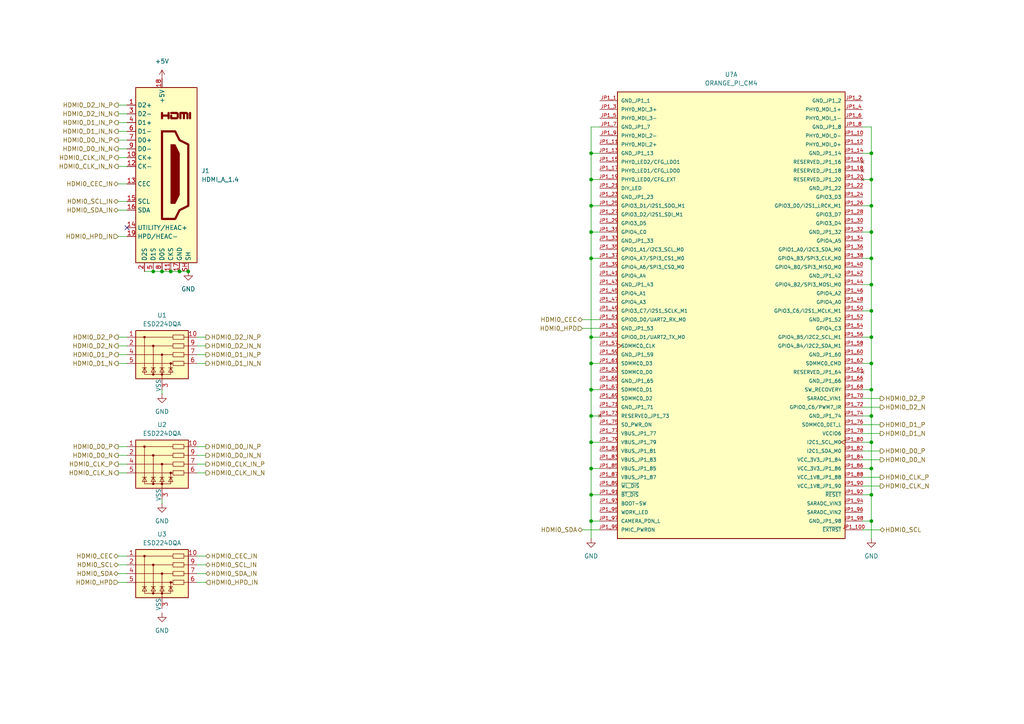
<source format=kicad_sch>
(kicad_sch (version 20250114) (generator "eeschema") (generator_version "9.0")
  (paper "A4")
  (lib_symbols
    (symbol "Connector:HDMI_A_1.4"
      (property "Reference" "J" (at -6.35 26.67 0))
      (property "Value" "HDMI_A_1.4" (at 10.16 26.67 0))
      (symbol "HDMI_A_1.4_0_0"
        (polyline (pts (xy 0 16.51) (xy 0 18.034) (xy 0 17.272) (xy 1.905 17.272) (xy 1.905 18.034) (xy 1.905 16.51)) (stroke (width 0.635)))
        (polyline (pts (xy 2.667 18.034) (xy 4.318 18.034) (xy 4.572 17.78) (xy 4.572 16.764) (xy 4.318 16.51) (xy 2.667 16.51) (xy 2.667 17.272)) (stroke (width 0.635)))
        (polyline (pts (xy 8.128 16.51) (xy 8.128 18.034)) (stroke (width 0.635)))
      )
      (symbol "HDMI_A_1.4_0_1"
        (rectangle (start -7.62 25.4) (end 10.16 -25.4) (stroke (width 0.254)) (fill (type background)))
        (polyline (pts (xy 0 12.7) (xy 0 -12.7) (xy 3.81 -12.7) (xy 5.08 -10.16) (xy 7.62 -8.89) (xy 7.62 8.89) (xy 5.08 10.16) (xy 3.81 12.7) (xy 0 12.7)) (stroke (width 0.635)))
        (polyline (pts (xy 2.54 8.89) (xy 3.81 8.89) (xy 5.08 6.35) (xy 5.08 -5.715) (xy 3.81 -8.255) (xy 2.54 -8.255) (xy 2.54 8.89)) (fill (type outline)))
        (polyline (pts (xy 5.334 16.51) (xy 5.334 18.034) (xy 6.35 18.034) (xy 6.35 16.51) (xy 6.35 18.034) (xy 7.112 18.034) (xy 7.366 17.78) (xy 7.366 16.51)) (stroke (width 0.635)))
      )
      (symbol "HDMI_A_1.4_1_1"
        (pin passive line (at -10.16 20.32 0) (length 2.54) (name "D2+") (number "1"))
        (pin passive line (at -10.16 17.78 0) (length 2.54) (name "D2-") (number "3"))
        (pin passive line (at -10.16 15.24 0) (length 2.54) (name "D1+") (number "4"))
        (pin passive line (at -10.16 12.7 0) (length 2.54) (name "D1-") (number "6"))
        (pin passive line (at -10.16 10.16 0) (length 2.54) (name "D0+") (number "7"))
        (pin passive line (at -10.16 7.62 0) (length 2.54) (name "D0-") (number "9"))
        (pin passive line (at -10.16 5.08 0) (length 2.54) (name "CK+") (number "10"))
        (pin passive line (at -10.16 2.54 0) (length 2.54) (name "CK-") (number "12"))
        (pin bidirectional line (at -10.16 -2.54 0) (length 2.54) (name "CEC") (number "13"))
        (pin passive line (at -10.16 -7.62 0) (length 2.54) (name "SCL") (number "15"))
        (pin bidirectional line (at -10.16 -10.16 0) (length 2.54) (name "SDA") (number "16"))
        (pin passive line (at -10.16 -15.24 0) (length 2.54) (name "UTILITY/HEAC+") (number "14"))
        (pin passive line (at -10.16 -17.78 0) (length 2.54) (name "HPD/HEAC-") (number "19"))
        (pin power_in line (at -5.08 -27.94 90) (length 2.54) (name "D2S") (number "2"))
        (pin power_in line (at -2.54 -27.94 90) (length 2.54) (name "D1S") (number "5"))
        (pin power_in line (at 0 27.94 270) (length 2.54) (name "+5V") (number "18"))
        (pin power_in line (at 0 -27.94 90) (length 2.54) (name "D0S") (number "8"))
        (pin power_in line (at 2.54 -27.94 90) (length 2.54) (name "CKS") (number "11"))
        (pin power_in line (at 5.08 -27.94 90) (length 2.54) (name "GND") (number "17"))
        (pin passive line (at 7.62 -27.94 90) (length 2.54) (name "SH") (number "SH"))
      )
    )
    (symbol "OCM4:ORANGE_PI_CM4" (pin_names (offset 1.016))
      (property "Reference" "U" (at -33.02 67.31 0))
      (property "Value" "ORANGE_PI_CM4" (at -33.02 -66.04 0))
      (symbol "ORANGE_PI_CM4_1_0"
        (rectangle (start -33.02 -63.5) (end 33.02 66.04) (stroke (width 0.254)) (fill (type background)))
        (pin power_in line (at -38.1 63.5 0) (length 5.08) (name "GND_JP1_1") (number "JP1_1"))
        (pin output line (at -38.1 60.96 0) (length 5.08) (name "PHY0_MDI_3+") (number "JP1_3"))
        (pin output line (at -38.1 58.42 0) (length 5.08) (name "PHY0_MDI_3-") (number "JP1_5"))
        (pin power_in line (at -38.1 55.88 0) (length 5.08) (name "GND_JP1_7") (number "JP1_7"))
        (pin output line (at -38.1 53.34 0) (length 5.08) (name "PHY0_MDI_2-") (number "JP1_9"))
        (pin output line (at -38.1 50.8 0) (length 5.08) (name "PHY0_MDI_2+") (number "JP1_11"))
        (pin power_in line (at -38.1 48.26 0) (length 5.08) (name "GND_JP1_13") (number "JP1_13"))
        (pin output line (at -38.1 45.72 0) (length 5.08) (name "PHY0_LED2/CFG_LDO1") (number "JP1_15"))
        (pin output line (at -38.1 43.18 0) (length 5.08) (name "PHY0_LED1/CFG_LDO0") (number "JP1_17"))
        (pin output line (at -38.1 40.64 0) (length 5.08) (name "PHY0_LED0/CFG_EXT") (number "JP1_19"))
        (pin output line (at -38.1 38.1 0) (length 5.08) (name "DIY_LED") (number "JP1_21"))
        (pin power_in line (at -38.1 35.56 0) (length 5.08) (name "GND_JP1_23") (number "JP1_23"))
        (pin bidirectional line (at -38.1 33.02 0) (length 5.08) (name "GPIO3_D1/I2S1_SDO_M1") (number "JP1_25"))
        (pin bidirectional line (at -38.1 30.48 0) (length 5.08) (name "GPIO3_D2/I2S1_SDI_M1") (number "JP1_27"))
        (pin bidirectional line (at -38.1 27.94 0) (length 5.08) (name "GPIO3_D5") (number "JP1_29"))
        (pin bidirectional line (at -38.1 25.4 0) (length 5.08) (name "GPIO4_C0") (number "JP1_31"))
        (pin power_in line (at -38.1 22.86 0) (length 5.08) (name "GND_JP1_33") (number "JP1_33"))
        (pin bidirectional line (at -38.1 20.32 0) (length 5.08) (name "GPIO1_A1/I2C3_SCL_M0") (number "JP1_35"))
        (pin bidirectional line (at -38.1 17.78 0) (length 5.08) (name "GPIO4_A7/SPI3_CS1_M0") (number "JP1_37"))
        (pin bidirectional line (at -38.1 15.24 0) (length 5.08) (name "GPIO4_A6/SPI3_CS0_M0") (number "JP1_39"))
        (pin bidirectional line (at -38.1 12.7 0) (length 5.08) (name "GPIO4_A4") (number "JP1_41"))
        (pin power_in line (at -38.1 10.16 0) (length 5.08) (name "GND_JP1_43") (number "JP1_43"))
        (pin bidirectional line (at -38.1 7.62 0) (length 5.08) (name "GPIO4_A1") (number "JP1_45"))
        (pin bidirectional line (at -38.1 5.08 0) (length 5.08) (name "GPIO4_A3") (number "JP1_47"))
        (pin bidirectional line (at -38.1 2.54 0) (length 5.08) (name "GPIO3_C7/I2S1_SCLK_M1") (number "JP1_49"))
        (pin bidirectional line (at -38.1 0 0) (length 5.08) (name "GPIO0_D0/UART2_RX_M0") (number "JP1_51"))
        (pin power_in line (at -38.1 -2.54 0) (length 5.08) (name "GND_JP1_53") (number "JP1_53"))
        (pin bidirectional line (at -38.1 -5.08 0) (length 5.08) (name "GPIO0_D1/UART2_TX_M0") (number "JP1_55"))
        (pin output clock (at -38.1 -7.62 0) (length 5.08) (name "SDMMC0_CLK") (number "JP1_57"))
        (pin power_in line (at -38.1 -10.16 0) (length 5.08) (name "GND_JP1_59") (number "JP1_59"))
        (pin bidirectional line (at -38.1 -12.7 0) (length 5.08) (name "SDMMC0_D3") (number "JP1_61"))
        (pin bidirectional line (at -38.1 -15.24 0) (length 5.08) (name "SDMMC0_D0") (number "JP1_63"))
        (pin power_in line (at -38.1 -17.78 0) (length 5.08) (name "GND_JP1_65") (number "JP1_65"))
        (pin bidirectional line (at -38.1 -20.32 0) (length 5.08) (name "SDMMC0_D1") (number "JP1_67"))
        (pin bidirectional line (at -38.1 -22.86 0) (length 5.08) (name "SDMMC0_D2") (number "JP1_69"))
        (pin power_in line (at -38.1 -25.4 0) (length 5.08) (name "GND_JP1_71") (number "JP1_71"))
        (pin no_connect line (at -38.1 -27.94 0) (length 5.08) (name "RESERVED_JP1_73") (number "JP1_73"))
        (pin output line (at -38.1 -30.48 0) (length 5.08) (name "SD_PWR_ON") (number "JP1_75"))
        (pin power_in line (at -38.1 -33.02 0) (length 5.08) (name "VBUS_JP1_77") (number "JP1_77"))
        (pin power_in line (at -38.1 -35.56 0) (length 5.08) (name "VBUS_JP1_79") (number "JP1_79"))
        (pin power_in line (at -38.1 -38.1 0) (length 5.08) (name "VBUS_JP1_81") (number "JP1_81"))
        (pin power_in line (at -38.1 -40.64 0) (length 5.08) (name "VBUS_JP1_83") (number "JP1_83"))
        (pin power_in line (at -38.1 -43.18 0) (length 5.08) (name "VBUS_JP1_85") (number "JP1_85"))
        (pin power_in line (at -38.1 -45.72 0) (length 5.08) (name "VBUS_JP1_87") (number "JP1_87"))
        (pin input line (at -38.1 -48.26 0) (length 5.08) (name "~{WL_DIS}") (number "JP1_89"))
        (pin input line (at -38.1 -50.8 0) (length 5.08) (name "~{BT_DIS}") (number "JP1_91"))
        (pin input line (at -38.1 -53.34 0) (length 5.08) (name "BOOT-SW") (number "JP1_93"))
        (pin bidirectional line (at -38.1 -55.88 0) (length 5.08) (name "WORK_LED") (number "JP1_95"))
        (pin bidirectional line (at -38.1 -58.42 0) (length 5.08) (name "CAMERA_PDN_L") (number "JP1_97"))
        (pin input line (at -38.1 -60.96 0) (length 5.08) (name "PMIC_PWRON") (number "JP1_99"))
        (pin power_in line (at 38.1 63.5 180) (length 5.08) (name "GND_JP1_2") (number "JP1_2"))
        (pin output line (at 38.1 60.96 180) (length 5.08) (name "PHY0_MDI_1+") (number "JP1_4"))
        (pin output line (at 38.1 58.42 180) (length 5.08) (name "PHY0_MDI_1-") (number "JP1_6"))
        (pin power_in line (at 38.1 55.88 180) (length 5.08) (name "GND_JP1_8") (number "JP1_8"))
        (pin output line (at 38.1 53.34 180) (length 5.08) (name "PHY0_MDI_0-") (number "JP1_10"))
        (pin output line (at 38.1 50.8 180) (length 5.08) (name "PHY0_MDI_0+") (number "JP1_12"))
        (pin power_in line (at 38.1 48.26 180) (length 5.08) (name "GND_JP1_14") (number "JP1_14"))
        (pin no_connect line (at 38.1 45.72 180) (length 5.08) (name "RESERVED_JP1_16") (number "JP1_16"))
        (pin no_connect line (at 38.1 43.18 180) (length 5.08) (name "RESERVED_JP1_18") (number "JP1_18"))
        (pin no_connect line (at 38.1 40.64 180) (length 5.08) (name "RESERVED_JP1_20") (number "JP1_20"))
        (pin power_in line (at 38.1 38.1 180) (length 5.08) (name "GND_JP1_22") (number "JP1_22"))
        (pin bidirectional line (at 38.1 35.56 180) (length 5.08) (name "GPIO3_D3") (number "JP1_24"))
        (pin bidirectional line (at 38.1 33.02 180) (length 5.08) (name "GPIO3_D0/I2S1_LRCK_M1") (number "JP1_26"))
        (pin bidirectional line (at 38.1 30.48 180) (length 5.08) (name "GPIO3_D7") (number "JP1_28"))
        (pin bidirectional line (at 38.1 27.94 180) (length 5.08) (name "GPIO3_D4") (number "JP1_30"))
        (pin power_in line (at 38.1 25.4 180) (length 5.08) (name "GND_JP1_32") (number "JP1_32"))
        (pin bidirectional line (at 38.1 22.86 180) (length 5.08) (name "GPIO4_A5") (number "JP1_34"))
        (pin bidirectional line (at 38.1 20.32 180) (length 5.08) (name "GPIO1_A0/I2C3_SDA_M0") (number "JP1_36"))
        (pin bidirectional line (at 38.1 17.78 180) (length 5.08) (name "GPIO4_B3/SPI3_CLK_M0") (number "JP1_38"))
        (pin bidirectional line (at 38.1 15.24 180) (length 5.08) (name "GPIO4_B0/SPI3_MISO_M0") (number "JP1_40"))
        (pin power_in line (at 38.1 12.7 180) (length 5.08) (name "GND_JP1_42") (number "JP1_42"))
        (pin bidirectional line (at 38.1 10.16 180) (length 5.08) (name "GPIO4_B2/SPI3_MOSI_M0") (number "JP1_44"))
        (pin bidirectional line (at 38.1 7.62 180) (length 5.08) (name "GPIO4_A2") (number "JP1_46"))
        (pin bidirectional line (at 38.1 5.08 180) (length 5.08) (name "GPIO4_A0") (number "JP1_48"))
        (pin bidirectional line (at 38.1 2.54 180) (length 5.08) (name "GPIO3_C6/I2S1_MCLK_M1") (number "JP1_50"))
        (pin power_in line (at 38.1 0 180) (length 5.08) (name "GND_JP1_52") (number "JP1_52"))
        (pin bidirectional line (at 38.1 -2.54 180) (length 5.08) (name "GPIO4_C3") (number "JP1_54"))
        (pin bidirectional line (at 38.1 -5.08 180) (length 5.08) (name "GPIO4_B5/I2C2_SCL_M1") (number "JP1_56"))
        (pin bidirectional line (at 38.1 -7.62 180) (length 5.08) (name "GPIO4_B4/I2C2_SDA_M1") (number "JP1_58"))
        (pin power_in line (at 38.1 -10.16 180) (length 5.08) (name "GND_JP1_60") (number "JP1_60"))
        (pin bidirectional line (at 38.1 -12.7 180) (length 5.08) (name "SDMMC0_CMD") (number "JP1_62"))
        (pin no_connect line (at 38.1 -15.24 180) (length 5.08) (name "RESERVED_JP1_64") (number "JP1_64"))
        (pin power_in line (at 38.1 -17.78 180) (length 5.08) (name "GND_JP1_66") (number "JP1_66"))
        (pin input line (at 38.1 -20.32 180) (length 5.08) (name "SW_RECOVERY") (number "JP1_68"))
        (pin input line (at 38.1 -22.86 180) (length 5.08) (name "SARADC_VIN1") (number "JP1_70"))
        (pin bidirectional line (at 38.1 -25.4 180) (length 5.08) (name "GPIO0_C6/PWM7_IR") (number "JP1_72"))
        (pin power_in line (at 38.1 -27.94 180) (length 5.08) (name "GND_JP1_74") (number "JP1_74"))
        (pin input line (at 38.1 -30.48 180) (length 5.08) (name "SDMMC0_DET_L") (number "JP1_76"))
        (pin power_in line (at 38.1 -33.02 180) (length 5.08) (name "VCCIO6") (number "JP1_78"))
        (pin output clock (at 38.1 -35.56 180) (length 5.08) (name "I2C1_SCL_M0") (number "JP1_80"))
        (pin bidirectional line (at 38.1 -38.1 180) (length 5.08) (name "I2C1_SDA_M0") (number "JP1_82"))
        (pin power_in line (at 38.1 -40.64 180) (length 5.08) (name "VCC_3V3_JP1_84") (number "JP1_84"))
        (pin power_in line (at 38.1 -43.18 180) (length 5.08) (name "VCC_3V3_JP1_86") (number "JP1_86"))
        (pin power_in line (at 38.1 -45.72 180) (length 5.08) (name "VCC_1V8_JP1_88") (number "JP1_88"))
        (pin power_in line (at 38.1 -48.26 180) (length 5.08) (name "VCC_1V8_JP1_90") (number "JP1_90"))
        (pin input line (at 38.1 -50.8 180) (length 5.08) (name "~{RESET}") (number "JP1_92"))
        (pin input line (at 38.1 -53.34 180) (length 5.08) (name "SARADC_VIN3") (number "JP1_94"))
        (pin input line (at 38.1 -55.88 180) (length 5.08) (name "SARADC_VIN2") (number "JP1_96"))
        (pin power_in line (at 38.1 -58.42 180) (length 5.08) (name "GND_JP1_98") (number "JP1_98"))
        (pin input line (at 38.1 -60.96 180) (length 5.08) (name "~{EXTRST}") (number "JP1_100"))
      )
      (symbol "ORANGE_PI_CM4_2_0"
        (rectangle (start -33.02 -63.5) (end 33.02 66.04) (stroke (width 0.254)) (fill (type background)))
        (pin input line (at -38.1 63.5 0) (length 5.08) (name "USB_OTG0_ID") (number "JP2_1"))
        (pin bidirectional line (at -38.1 60.96 0) (length 5.08) (name "USB_OTG0_DM") (number "JP2_3"))
        (pin bidirectional line (at -38.1 58.42 0) (length 5.08) (name "USB_OTG0_DP") (number "JP2_5"))
        (pin power_in line (at -38.1 55.88 0) (length 5.08) (name "GND_JP2_7") (number "JP2_7"))
        (pin output line (at -38.1 53.34 0) (length 5.08) (name "~{PCIE20_PERST_3V3_L}") (number "JP2_9"))
        (pin no_connect line (at -38.1 50.8 0) (length 5.08) (name "RESERVED_JP2_11") (number "JP2_11"))
        (pin power_in line (at -38.1 48.26 0) (length 5.08) (name "GND_JP2_13") (number "JP2_13"))
        (pin input line (at -38.1 45.72 0) (length 5.08) (name "MIPI_CSI_RX0_D0N") (number "JP2_15"))
        (pin input line (at -38.1 43.18 0) (length 5.08) (name "MIPI_CSI_RX0_D0P") (number "JP2_17"))
        (pin power_in line (at -38.1 40.64 0) (length 5.08) (name "GND_JP2_19") (number "JP2_19"))
        (pin input line (at -38.1 38.1 0) (length 5.08) (name "MIPI_CSI_RX0_D1N") (number "JP2_21"))
        (pin input line (at -38.1 35.56 0) (length 5.08) (name "MIPI_CSI_RX0_D1P") (number "JP2_23"))
        (pin power_in line (at -38.1 33.02 0) (length 5.08) (name "GND_JP2_25") (number "JP2_25"))
        (pin input clock (at -38.1 30.48 0) (length 5.08) (name "MIPI_CSI_RX_CLK0N") (number "JP2_27"))
        (pin input clock (at -38.1 27.94 0) (length 5.08) (name "MIPI_CSI_RX_CLK0P") (number "JP2_29"))
        (pin power_in line (at -38.1 25.4 0) (length 5.08) (name "GND_JP2_31") (number "JP2_31"))
        (pin input line (at -38.1 22.86 0) (length 5.08) (name "MIPI_CSI_RX0_D2N") (number "JP2_33"))
        (pin input line (at -38.1 20.32 0) (length 5.08) (name "MIPI_CSI_RX0_D2P") (number "JP2_35"))
        (pin power_in line (at -38.1 17.78 0) (length 5.08) (name "GND_JP2_37") (number "JP2_37"))
        (pin input line (at -38.1 15.24 0) (length 5.08) (name "MIPI_CSI_RX0_D3N") (number "JP2_39"))
        (pin input line (at -38.1 12.7 0) (length 5.08) (name "MIPI_CSI_RX0_D3P") (number "JP2_41"))
        (pin output line (at -38.1 10.16 0) (length 5.08) (name "EDP_TX_D3P") (number "JP2_43"))
        (pin bidirectional line (at -38.1 7.62 0) (length 5.08) (name "EDP_SDA/I2C4_SDA_M1") (number "JP2_45"))
        (pin input clock (at -38.1 5.08 0) (length 5.08) (name "EDP_SCL/I2C4_SCL_M1") (number "JP2_47"))
        (pin output line (at -38.1 2.54 0) (length 5.08) (name "EDP_TX_D3N") (number "JP2_49"))
        (pin output line (at -38.1 0 0) (length 5.08) (name "HDMI_CEC_PORT") (number "JP2_51"))
        (pin output line (at -38.1 -2.54 0) (length 5.08) (name "HDMI_TX_HPD_PORT") (number "JP2_53"))
        (pin power_in line (at -38.1 -5.08 0) (length 5.08) (name "GND_JP2_55") (number "JP2_55"))
        (pin output line (at -38.1 -7.62 0) (length 5.08) (name "MIPI_DSI_TX0_D0N") (number "JP2_57"))
        (pin output line (at -38.1 -10.16 0) (length 5.08) (name "MIPI_DSI_TX0_D0P") (number "JP2_59"))
        (pin power_in line (at -38.1 -12.7 0) (length 5.08) (name "GND_JP2_61") (number "JP2_61"))
        (pin output line (at -38.1 -15.24 0) (length 5.08) (name "MIPI_DSI_TX0_D1N") (number "JP2_63"))
        (pin output line (at -38.1 -17.78 0) (length 5.08) (name "MIPI_DSI_TX0_D1P") (number "JP2_65"))
        (pin power_in line (at -38.1 -20.32 0) (length 5.08) (name "GND_JP2_67") (number "JP2_67"))
        (pin output clock (at -38.1 -22.86 0) (length 5.08) (name "MIPI_DSI_TX0_CLKN") (number "JP2_69"))
        (pin output clock (at -38.1 -25.4 0) (length 5.08) (name "MIPI_DSI_TX0_CLKP") (number "JP2_71"))
        (pin power_in line (at -38.1 -27.94 0) (length 5.08) (name "GND_JP2_73") (number "JP2_73"))
        (pin output line (at -38.1 -30.48 0) (length 5.08) (name "MIPI_DSI_TX1_D0N") (number "JP2_75"))
        (pin output line (at -38.1 -33.02 0) (length 5.08) (name "MIPI_DSI_TX1_D0P") (number "JP2_77"))
        (pin power_in line (at -38.1 -35.56 0) (length 5.08) (name "GND_JP2_79") (number "JP2_79"))
        (pin output line (at -38.1 -38.1 0) (length 5.08) (name "MIPI_DSI_TX1_D1N") (number "JP2_81"))
        (pin output line (at -38.1 -40.64 0) (length 5.08) (name "MIPI_DSI_TX1_D1P") (number "JP2_83"))
        (pin power_in line (at -38.1 -43.18 0) (length 5.08) (name "GND_JP2_85") (number "JP2_85"))
        (pin output clock (at -38.1 -45.72 0) (length 5.08) (name "MIPI_DSI_TX1_CLKN") (number "JP2_87"))
        (pin output clock (at -38.1 -48.26 0) (length 5.08) (name "MIPI_DSI_TX1_CLKP") (number "JP2_89"))
        (pin power_in line (at -38.1 -50.8 0) (length 5.08) (name "GND_JP2_91") (number "JP2_91"))
        (pin output line (at -38.1 -53.34 0) (length 5.08) (name "MIPI_DSI_TX1_D2N") (number "JP2_93"))
        (pin output line (at -38.1 -55.88 0) (length 5.08) (name "MIPI_DSI_TX1_D2P") (number "JP2_95"))
        (pin power_in line (at -38.1 -58.42 0) (length 5.08) (name "GND_JP2_97") (number "JP2_97"))
        (pin output line (at -38.1 -60.96 0) (length 5.08) (name "HDMI_TXDDC_SDA_PORT") (number "JP2_99"))
        (pin output line (at 38.1 63.5 180) (length 5.08) (name "~{PCIE20_CLKREQ_3V3_L}") (number "JP2_2"))
        (pin input line (at 38.1 60.96 180) (length 5.08) (name "~{PCIE20_WAKE_3V3_L}") (number "JP2_4"))
        (pin no_connect line (at 38.1 58.42 180) (length 5.08) (name "RESERVED_JP2_6") (number "JP2_6"))
        (pin power_in line (at 38.1 55.88 180) (length 5.08) (name "GND_JP2_8") (number "JP2_8"))
        (pin output clock (at 38.1 53.34 180) (length 5.08) (name "PCIE20_REFCLKP_P") (number "JP2_10"))
        (pin output clock (at 38.1 50.8 180) (length 5.08) (name "PCIE20_REFCLKP_N") (number "JP2_12"))
        (pin power_in line (at 38.1 48.26 180) (length 5.08) (name "GND_JP2_14") (number "JP2_14"))
        (pin output line (at 38.1 45.72 180) (length 5.08) (name "PCIE20_RXP") (number "JP2_16"))
        (pin output line (at 38.1 43.18 180) (length 5.08) (name "PCIE20_RXN") (number "JP2_18"))
        (pin power_in line (at 38.1 40.64 180) (length 5.08) (name "GND_JP2_20") (number "JP2_20"))
        (pin output line (at 38.1 38.1 180) (length 5.08) (name "PCIE20_TXP") (number "JP2_22"))
        (pin output line (at 38.1 35.56 180) (length 5.08) (name "PCIE20_TXN") (number "JP2_24"))
        (pin power_in line (at 38.1 33.02 180) (length 5.08) (name "GND_JP2_26") (number "JP2_26"))
        (pin input line (at 38.1 30.48 180) (length 5.08) (name "MIPI_CSI_RX1_D2N") (number "JP2_28"))
        (pin input line (at 38.1 27.94 180) (length 5.08) (name "MIPI_CSI_RX1_D2P") (number "JP2_30"))
        (pin power_in line (at 38.1 25.4 180) (length 5.08) (name "GND_JP2_32") (number "JP2_32"))
        (pin input line (at 38.1 22.86 180) (length 5.08) (name "MIPI_CSI_RX1_D3N") (number "JP2_34"))
        (pin input line (at 38.1 20.32 180) (length 5.08) (name "MIPI_CSI_RX1_D3P") (number "JP2_36"))
        (pin power_in line (at 38.1 17.78 180) (length 5.08) (name "GND_JP2_38") (number "JP2_38"))
        (pin input clock (at 38.1 15.24 180) (length 5.08) (name "MIPI_CSI_RX_CLK1N") (number "JP2_40"))
        (pin input clock (at 38.1 12.7 180) (length 5.08) (name "MIPI_CSI_RX_CLK1P") (number "JP2_42"))
        (pin power_in line (at 38.1 10.16 180) (length 5.08) (name "GND_JP2_44") (number "JP2_44"))
        (pin output line (at 38.1 7.62 180) (length 5.08) (name "EDP_TX_D2P") (number "JP2_46"))
        (pin output line (at 38.1 5.08 180) (length 5.08) (name "EDP_TX_D2N") (number "JP2_48"))
        (pin power_in line (at 38.1 2.54 180) (length 5.08) (name "GND_JP2_50") (number "JP2_50"))
        (pin output line (at 38.1 0 180) (length 5.08) (name "EDP_TX_D1P") (number "JP2_52"))
        (pin output line (at 38.1 -2.54 180) (length 5.08) (name "EDP_TX_D1N") (number "JP2_54"))
        (pin power_in line (at 38.1 -5.08 180) (length 5.08) (name "GND_JP2_56") (number "JP2_56"))
        (pin output line (at 38.1 -7.62 180) (length 5.08) (name "EDP_TX_D0P") (number "JP2_58"))
        (pin output line (at 38.1 -10.16 180) (length 5.08) (name "EDP_TX_D0N") (number "JP2_60"))
        (pin power_in line (at 38.1 -12.7 180) (length 5.08) (name "GND_JP2_62") (number "JP2_62"))
        (pin bidirectional line (at 38.1 -15.24 180) (length 5.08) (name "EDP_TX_AUXP") (number "JP2_64"))
        (pin bidirectional line (at 38.1 -17.78 180) (length 5.08) (name "EDP_TX_AUXN") (number "JP2_66"))
        (pin power_in line (at 38.1 -20.32 180) (length 5.08) (name "GND_JP2_68") (number "JP2_68"))
        (pin output line (at 38.1 -22.86 180) (length 5.08) (name "HDMI_TX2P_PORT") (number "JP2_70"))
        (pin output line (at 38.1 -25.4 180) (length 5.08) (name "HDMI_TX2N_PORT") (number "JP2_72"))
        (pin power_in line (at 38.1 -27.94 180) (length 5.08) (name "GND_JP2_74") (number "JP2_74"))
        (pin output line (at 38.1 -30.48 180) (length 5.08) (name "HDMI_TX1P_PORT") (number "JP2_76"))
        (pin output line (at 38.1 -33.02 180) (length 5.08) (name "HDMI_TX1N_PORT") (number "JP2_78"))
        (pin power_in line (at 38.1 -35.56 180) (length 5.08) (name "GND_JP2_80") (number "JP2_80"))
        (pin output line (at 38.1 -38.1 180) (length 5.08) (name "HDMI_TX0P_PORT") (number "JP2_82"))
        (pin output line (at 38.1 -40.64 180) (length 5.08) (name "HDMI_TX0N_PORT") (number "JP2_84"))
        (pin power_in line (at 38.1 -43.18 180) (length 5.08) (name "GND_JP2_86") (number "JP2_86"))
        (pin output clock (at 38.1 -45.72 180) (length 5.08) (name "HDMI_TXCLKP_PORT") (number "JP2_88"))
        (pin output clock (at 38.1 -48.26 180) (length 5.08) (name "HDMI_TXCLKN_PORT") (number "JP2_90"))
        (pin power_in line (at 38.1 -50.8 180) (length 5.08) (name "GND_JP2_92") (number "JP2_92"))
        (pin output line (at 38.1 -53.34 180) (length 5.08) (name "MIPI_DSI_TX1_D3N") (number "JP2_94"))
        (pin output line (at 38.1 -55.88 180) (length 5.08) (name "MIPI_DSI_TX1_D3P") (number "JP2_96"))
        (pin power_in line (at 38.1 -58.42 180) (length 5.08) (name "GND_JP2_98") (number "JP2_98"))
        (pin output clock (at 38.1 -60.96 180) (length 5.08) (name "HDMI_TXDDC_SCL_PORT") (number "JP2_100"))
      )
      (symbol "ORANGE_PI_CM4_3_0"
        (rectangle (start -25.4 -15.24) (end 25.4 17.78) (stroke (width 0.254)) (fill (type background)))
        (pin power_in line (at -30.48 15.24 0) (length 5.08) (name "GND_JP3_1") (number "JP3_1"))
        (pin bidirectional line (at -30.48 12.7 0) (length 5.08) (name "USB2_HOST3_DM") (number "JP3_3"))
        (pin bidirectional line (at -30.48 10.16 0) (length 5.08) (name "USB2_HOST3_DP") (number "JP3_5"))
        (pin power_in line (at -30.48 7.62 0) (length 5.08) (name "GND_JP3_7") (number "JP3_7"))
        (pin bidirectional line (at -30.48 5.08 0) (length 5.08) (name "USB2_HOST2_DM") (number "JP3_9"))
        (pin bidirectional line (at -30.48 2.54 0) (length 5.08) (name "USB2_HOST2_DP") (number "JP3_11"))
        (pin power_in line (at -30.48 0 0) (length 5.08) (name "GND_JP3_13") (number "JP3_13"))
        (pin input line (at -30.48 -2.54 0) (length 5.08) (name "HP_DET_L") (number "JP3_15"))
        (pin power_in line (at -30.48 -5.08 0) (length 5.08) (name "GND_JP3_17") (number "JP3_17"))
        (pin bidirectional line (at -30.48 -7.62 0) (length 5.08) (name "USB3_HOST1_DM") (number "JP3_19"))
        (pin bidirectional line (at -30.48 -10.16 0) (length 5.08) (name "USB3_HOST1_DP") (number "JP3_21"))
        (pin power_in line (at -30.48 -12.7 0) (length 5.08) (name "GND_JP3_23") (number "JP3_23"))
        (pin power_in line (at 30.48 15.24 180) (length 5.08) (name "GND_JP3_2") (number "JP3_2"))
        (pin output line (at 30.48 12.7 180) (length 5.08) (name "HPR_OUT") (number "JP3_4"))
        (pin output line (at 30.48 10.16 180) (length 5.08) (name "HPL_OUT") (number "JP3_6"))
        (pin output line (at 30.48 7.62 180) (length 5.08) (name "HP_SNS") (number "JP3_8"))
        (pin input line (at 30.48 5.08 180) (length 5.08) (name "MIC1_IN") (number "JP3_10"))
        (pin input line (at 30.48 2.54 180) (length 5.08) (name "MIC2_IN") (number "JP3_12"))
        (pin power_in line (at 30.48 0 180) (length 5.08) (name "GND_JP3_14") (number "JP3_14"))
        (pin output line (at 30.48 -2.54 180) (length 5.08) (name "USB3_HOST1_SSTXP") (number "JP3_18"))
        (pin output line (at 30.48 -5.08 180) (length 5.08) (name "USB3_HOST1_SSTXN") (number "JP3_16"))
        (pin power_in line (at 30.48 -7.62 180) (length 5.08) (name "GND_JP3_20") (number "JP3_20"))
        (pin input line (at 30.48 -10.16 180) (length 5.08) (name "USB3_HOST1_SSRXP") (number "JP3_22"))
        (pin input line (at 30.48 -12.7 180) (length 5.08) (name "USB3_HOST1_SSRXN") (number "JP3_24"))
      )
    )
    (symbol "Power_Protection:ESD224DQA" (pin_names (offset 0))
      (property "Reference" "U" (at -0.635 8.255 0))
      (property "Value" "ESD224DQA" (at 8.89 -8.255 0))
      (symbol "ESD224DQA_0_0"
        (polyline (pts (xy -2.54 -5.715) (xy -2.54 2.54)))
        (polyline (pts (xy 0 0) (xy 0 -6.985)))
      )
      (symbol "ESD224DQA_0_1"
        (rectangle (start -7.62 6.985) (end 7.62 -6.985) (stroke (width 0.254)) (fill (type background)))
        (polyline (pts (xy -7.62 5.08) (xy -7.62 5.08)))
        (polyline (pts (xy -7.62 2.54) (xy -5.08 2.54)))
        (polyline (pts (xy -7.62 0) (xy 1.27 0)))
        (polyline (pts (xy -7.62 -2.54) (xy 3.175 -2.54)))
        (circle (center -5.08 5.08) (radius 0.2794) (fill (type outline)))
        (polyline (pts (xy -5.08 5.08) (xy -5.08 -5.715) (xy 2.54 -5.715) (xy 2.54 -2.54)) (stroke (width 0.1524)))
        (polyline (pts (xy -4.445 -3.81) (xy -5.715 -3.81)))
        (polyline (pts (xy -4.445 -5.08) (xy -5.715 -5.08) (xy -5.08 -3.81) (xy -4.445 -5.08)))
        (circle (center -2.54 2.54) (radius 0.2794) (fill (type outline)))
        (circle (center -2.54 -5.715) (radius 0.2794) (fill (type outline)))
        (polyline (pts (xy -1.905 -3.81) (xy -3.175 -3.81)))
        (polyline (pts (xy -1.905 -5.08) (xy -3.175 -5.08) (xy -2.54 -3.81) (xy -1.905 -5.08)))
        (circle (center 0 0) (radius 0.2794) (fill (type outline)))
        (circle (center 0 -5.715) (radius 0.2794) (fill (type outline)))
        (polyline (pts (xy 0 -6.985) (xy 0 -7.62)))
        (polyline (pts (xy 0.635 -3.81) (xy -0.635 -3.81)))
        (polyline (pts (xy 0.635 -5.08) (xy -0.635 -5.08) (xy 0 -3.81) (xy 0.635 -5.08)))
        (circle (center 2.54 -2.54) (radius 0.2794) (fill (type outline)))
        (rectangle (start 3.175 5.715) (end 6.35 4.445) (stroke (width 0.1524)))
        (polyline (pts (xy 3.175 5.08) (xy -7.62 5.08)) (stroke (width 0.1524)))
        (rectangle (start 3.175 3.175) (end 6.35 1.905) (stroke (width 0.1524)))
        (polyline (pts (xy 3.175 2.54) (xy 0 2.54) (xy 0 2.54) (xy -3.81 2.54) (xy -3.81 2.54) (xy -5.08 2.54)) (stroke (width 0.1524)))
        (rectangle (start 3.175 0.635) (end 6.35 -0.635) (stroke (width 0.1524)))
        (polyline (pts (xy 3.175 0) (xy 1.27 0)) (stroke (width 0.1524)))
        (rectangle (start 3.175 -1.905) (end 6.35 -3.175) (stroke (width 0.1524)))
        (polyline (pts (xy 3.175 -3.81) (xy 1.905 -3.81)))
        (polyline (pts (xy 3.175 -5.08) (xy 1.905 -5.08) (xy 2.54 -3.81) (xy 3.175 -5.08)))
        (polyline (pts (xy 7.62 5.08) (xy 6.35 5.08)) (stroke (width 0.1524)))
        (polyline (pts (xy 7.62 2.54) (xy 6.35 2.54)) (stroke (width 0.1524)))
        (polyline (pts (xy 7.62 0) (xy 6.35 0)) (stroke (width 0.1524)))
        (polyline (pts (xy 7.62 -2.54) (xy 6.35 -2.54)) (stroke (width 0.1524)))
      )
      (symbol "ESD224DQA_1_1"
        (pin passive line (at -10.16 5.08 0) (length 2.54) (name "~") (number "1"))
        (pin passive line (at -10.16 2.54 0) (length 2.54) (name "~") (number "2"))
        (pin passive line (at -10.16 0 0) (length 2.54) (name "~") (number "4"))
        (pin passive line (at -10.16 -2.54 0) (length 2.54) (name "~") (number "5"))
        (pin power_in line (at 0 -10.16 90) (length 2.54) (name "VSS") (number "3"))
        (pin passive line (at 0 -10.16 90) (length 2.54) (hide yes) (name "VSS") (number "8"))
        (pin passive line (at 10.16 5.08 180) (length 2.54) (name "~") (number "10"))
        (pin passive line (at 10.16 2.54 180) (length 2.54) (name "~") (number "9"))
        (pin passive line (at 10.16 0 180) (length 2.54) (name "~") (number "7"))
        (pin passive line (at 10.16 -2.54 180) (length 2.54) (name "~") (number "6"))
      )
    )
    (symbol "power:+5V" (power) (pin_numbers (hide yes)) (pin_names (offset 0) (hide yes))
      (property "Value" "+5V" (at 0 3.556 0))
      (symbol "+5V_0_1"
        (polyline (pts (xy -0.762 1.27) (xy 0 2.54)))
        (polyline (pts (xy 0 2.54) (xy 0.762 1.27)))
        (polyline (pts (xy 0 0) (xy 0 2.54)))
      )
      (symbol "+5V_1_1"
        (pin power_in line (at 0 0 90) (length 0) (name "~") (number "1"))
      )
    )
    (symbol "power:GND" (power) (pin_numbers (hide yes)) (pin_names (offset 0) (hide yes))
      (property "Value" "GND" (at 0 -3.81 0))
      (symbol "GND_0_1"
        (polyline (pts (xy 0 0) (xy 0 -1.27) (xy 1.27 -1.27) (xy 0 -2.54) (xy -1.27 -1.27) (xy 0 -1.27)))
      )
      (symbol "GND_1_1"
        (pin power_in line (at 0 0 270) (length 0) (name "~") (number "1"))
      )
    )
  )
  (junction (at 252.73 151.13))
  (junction (at 252.73 128.27))
  (junction (at 252.73 59.69))
  (junction (at 171.45 97.79))
  (junction (at 44.45 78.74))
  (junction (at 252.73 67.31))
  (junction (at 171.45 151.13))
  (junction (at 252.73 97.79))
  (junction (at 171.45 135.89))
  (junction (at 252.73 135.89))
  (junction (at 171.45 52.07))
  (junction (at 171.45 59.69))
  (junction (at 52.07 78.74))
  (junction (at 252.73 90.17))
  (junction (at 49.53 78.74))
  (junction (at 252.73 113.03))
  (junction (at 252.73 105.41))
  (junction (at 171.45 120.65))
  (junction (at 252.73 82.55))
  (junction (at 171.45 105.41))
  (junction (at 171.45 74.93))
  (junction (at 171.45 128.27))
  (junction (at 171.45 143.51))
  (junction (at 252.73 74.93))
  (junction (at 171.45 67.31))
  (junction (at 252.73 44.45))
  (junction (at 54.61 78.74))
  (junction (at 252.73 52.07))
  (junction (at 46.99 78.74))
  (junction (at 171.45 113.03))
  (junction (at 252.73 143.51))
  (junction (at 171.45 44.45))
  (junction (at 252.73 120.65))
  (no_connect (at 36.83 66.04))
  (wire (pts (xy 34.29 60.96) (xy 36.83 60.96)))
  (wire (pts (xy 250.19 82.55) (xy 252.73 82.55)))
  (wire (pts (xy 34.29 161.29) (xy 36.83 161.29)))
  (wire (pts (xy 250.19 97.79) (xy 252.73 97.79)))
  (wire (pts (xy 252.73 74.93) (xy 252.73 82.55)))
  (wire (pts (xy 171.45 113.03) (xy 171.45 120.65)))
  (wire (pts (xy 57.15 102.87) (xy 59.69 102.87)))
  (wire (pts (xy 250.19 128.27) (xy 252.73 128.27)))
  (wire (pts (xy 250.19 74.93) (xy 252.73 74.93)))
  (wire (pts (xy 171.45 135.89) (xy 173.99 135.89)))
  (wire (pts (xy 171.45 151.13) (xy 171.45 156.21)))
  (wire (pts (xy 250.19 59.69) (xy 252.73 59.69)))
  (wire (pts (xy 34.29 102.87) (xy 36.83 102.87)))
  (wire (pts (xy 34.29 100.33) (xy 36.83 100.33)))
  (wire (pts (xy 250.19 44.45) (xy 252.73 44.45)))
  (wire (pts (xy 34.29 53.34) (xy 36.83 53.34)))
  (wire (pts (xy 34.29 48.26) (xy 36.83 48.26)))
  (wire (pts (xy 171.45 113.03) (xy 173.99 113.03)))
  (wire (pts (xy 57.15 97.79) (xy 59.69 97.79)))
  (wire (pts (xy 57.15 161.29) (xy 59.69 161.29)))
  (wire (pts (xy 250.19 153.67) (xy 255.27 153.67)))
  (wire (pts (xy 171.45 36.83) (xy 173.99 36.83)))
  (wire (pts (xy 34.29 45.72) (xy 36.83 45.72)))
  (wire (pts (xy 252.73 105.41) (xy 252.73 113.03)))
  (wire (pts (xy 252.73 143.51) (xy 252.73 151.13)))
  (wire (pts (xy 34.29 33.02) (xy 36.83 33.02)))
  (wire (pts (xy 252.73 113.03) (xy 252.73 120.65)))
  (wire (pts (xy 34.29 30.48) (xy 36.83 30.48)))
  (wire (pts (xy 34.29 129.54) (xy 36.83 129.54)))
  (wire (pts (xy 34.29 168.91) (xy 36.83 168.91)))
  (wire (pts (xy 57.15 100.33) (xy 59.69 100.33)))
  (wire (pts (xy 250.19 135.89) (xy 252.73 135.89)))
  (wire (pts (xy 252.73 90.17) (xy 252.73 97.79)))
  (wire (pts (xy 250.19 125.73) (xy 255.27 125.73)))
  (wire (pts (xy 57.15 168.91) (xy 59.69 168.91)))
  (wire (pts (xy 57.15 134.62) (xy 59.69 134.62)))
  (wire (pts (xy 250.19 90.17) (xy 252.73 90.17)))
  (wire (pts (xy 171.45 44.45) (xy 171.45 52.07)))
  (wire (pts (xy 34.29 166.37) (xy 36.83 166.37)))
  (wire (pts (xy 34.29 43.18) (xy 36.83 43.18)))
  (wire (pts (xy 250.19 123.19) (xy 255.27 123.19)))
  (wire (pts (xy 171.45 52.07) (xy 173.99 52.07)))
  (wire (pts (xy 250.19 105.41) (xy 252.73 105.41)))
  (wire (pts (xy 252.73 151.13) (xy 252.73 156.21)))
  (wire (pts (xy 171.45 59.69) (xy 173.99 59.69)))
  (wire (pts (xy 41.91 78.74) (xy 44.45 78.74)))
  (wire (pts (xy 34.29 40.64) (xy 36.83 40.64)))
  (wire (pts (xy 252.73 59.69) (xy 252.73 67.31)))
  (wire (pts (xy 250.19 130.81) (xy 255.27 130.81)))
  (wire (pts (xy 171.45 151.13) (xy 173.99 151.13)))
  (wire (pts (xy 171.45 36.83) (xy 171.45 44.45)))
  (wire (pts (xy 171.45 74.93) (xy 171.45 97.79)))
  (wire (pts (xy 252.73 82.55) (xy 252.73 90.17)))
  (wire (pts (xy 250.19 140.97) (xy 255.27 140.97)))
  (wire (pts (xy 171.45 105.41) (xy 173.99 105.41)))
  (wire (pts (xy 34.29 38.1) (xy 36.83 38.1)))
  (wire (pts (xy 252.73 120.65) (xy 252.73 128.27)))
  (wire (pts (xy 34.29 58.42) (xy 36.83 58.42)))
  (wire (pts (xy 252.73 36.83) (xy 252.73 44.45)))
  (wire (pts (xy 168.91 95.25) (xy 173.99 95.25)))
  (wire (pts (xy 168.91 92.71) (xy 173.99 92.71)))
  (wire (pts (xy 250.19 120.65) (xy 252.73 120.65)))
  (wire (pts (xy 171.45 135.89) (xy 171.45 143.51)))
  (wire (pts (xy 252.73 128.27) (xy 252.73 135.89)))
  (wire (pts (xy 250.19 151.13) (xy 252.73 151.13)))
  (wire (pts (xy 171.45 67.31) (xy 171.45 74.93)))
  (wire (pts (xy 252.73 97.79) (xy 252.73 105.41)))
  (wire (pts (xy 171.45 128.27) (xy 171.45 135.89)))
  (wire (pts (xy 250.19 118.11) (xy 255.27 118.11)))
  (wire (pts (xy 250.19 115.57) (xy 255.27 115.57)))
  (wire (pts (xy 168.91 153.67) (xy 173.99 153.67)))
  (wire (pts (xy 252.73 135.89) (xy 252.73 143.51)))
  (wire (pts (xy 34.29 105.41) (xy 36.83 105.41)))
  (wire (pts (xy 250.19 67.31) (xy 252.73 67.31)))
  (wire (pts (xy 171.45 120.65) (xy 173.99 120.65)))
  (wire (pts (xy 250.19 113.03) (xy 252.73 113.03)))
  (wire (pts (xy 171.45 52.07) (xy 171.45 59.69)))
  (wire (pts (xy 34.29 97.79) (xy 36.83 97.79)))
  (wire (pts (xy 250.19 138.43) (xy 255.27 138.43)))
  (wire (pts (xy 34.29 35.56) (xy 36.83 35.56)))
  (wire (pts (xy 46.99 78.74) (xy 49.53 78.74)))
  (wire (pts (xy 46.99 113.03) (xy 46.99 114.3)))
  (wire (pts (xy 171.45 44.45) (xy 173.99 44.45)))
  (wire (pts (xy 252.73 67.31) (xy 252.73 74.93)))
  (wire (pts (xy 171.45 74.93) (xy 173.99 74.93)))
  (wire (pts (xy 34.29 163.83) (xy 36.83 163.83)))
  (wire (pts (xy 171.45 105.41) (xy 171.45 113.03)))
  (wire (pts (xy 171.45 143.51) (xy 171.45 151.13)))
  (wire (pts (xy 171.45 97.79) (xy 171.45 105.41)))
  (wire (pts (xy 57.15 105.41) (xy 59.69 105.41)))
  (wire (pts (xy 250.19 36.83) (xy 252.73 36.83)))
  (wire (pts (xy 57.15 132.08) (xy 59.69 132.08)))
  (wire (pts (xy 252.73 44.45) (xy 252.73 52.07)))
  (wire (pts (xy 252.73 52.07) (xy 252.73 59.69)))
  (wire (pts (xy 34.29 134.62) (xy 36.83 134.62)))
  (wire (pts (xy 250.19 143.51) (xy 252.73 143.51)))
  (wire (pts (xy 171.45 120.65) (xy 171.45 128.27)))
  (wire (pts (xy 171.45 128.27) (xy 173.99 128.27)))
  (wire (pts (xy 57.15 137.16) (xy 59.69 137.16)))
  (wire (pts (xy 171.45 143.51) (xy 173.99 143.51)))
  (wire (pts (xy 171.45 97.79) (xy 173.99 97.79)))
  (wire (pts (xy 250.19 133.35) (xy 255.27 133.35)))
  (wire (pts (xy 57.15 166.37) (xy 59.69 166.37)))
  (wire (pts (xy 49.53 78.74) (xy 52.07 78.74)))
  (wire (pts (xy 46.99 144.78) (xy 46.99 146.05)))
  (wire (pts (xy 250.19 52.07) (xy 252.73 52.07)))
  (wire (pts (xy 57.15 129.54) (xy 59.69 129.54)))
  (wire (pts (xy 34.29 132.08) (xy 36.83 132.08)))
  (wire (pts (xy 57.15 163.83) (xy 59.69 163.83)))
  (wire (pts (xy 171.45 59.69) (xy 171.45 67.31)))
  (wire (pts (xy 34.29 137.16) (xy 36.83 137.16)))
  (wire (pts (xy 34.29 68.58) (xy 36.83 68.58)))
  (wire (pts (xy 52.07 78.74) (xy 54.61 78.74)))
  (wire (pts (xy 44.45 78.74) (xy 46.99 78.74)))
  (wire (pts (xy 171.45 67.31) (xy 173.99 67.31)))
  (hierarchical_label "HDMI0_D1_IN_P" (shape output) (at 34.29 35.56 180))
  (hierarchical_label "HDMI0_CEC_IN" (shape bidirectional) (at 59.69 161.29 0))
  (hierarchical_label "HDMI0_D0_N" (shape output) (at 34.29 132.08 180))
  (hierarchical_label "HDMI0_D2_N" (shape output) (at 255.27 118.11 0))
  (hierarchical_label "HDMI0_D0_P" (shape output) (at 255.27 130.81 0))
  (hierarchical_label "HDMI0_D0_IN_P" (shape output) (at 59.69 129.54 0))
  (hierarchical_label "HDMI0_D1_IN_N" (shape output) (at 59.69 105.41 0))
  (hierarchical_label "HDMI0_SCL_IN" (shape bidirectional) (at 34.29 58.42 180))
  (hierarchical_label "HDMI0_D2_IN_P" (shape output) (at 34.29 30.48 180))
  (hierarchical_label "HDMI0_CLK_P" (shape output) (at 34.29 134.62 180))
  (hierarchical_label "HDMI0_CLK_IN_P" (shape output) (at 34.29 45.72 180))
  (hierarchical_label "HDMI0_HPD_IN" (shape input) (at 34.29 68.58 180))
  (hierarchical_label "HDMI0_SCL" (shape bidirectional) (at 255.27 153.67 0))
  (hierarchical_label "HDMI0_D0_IN_N" (shape output) (at 59.69 132.08 0))
  (hierarchical_label "HDMI0_D0_P" (shape output) (at 34.29 129.54 180))
  (hierarchical_label "HDMI0_D2_P" (shape output) (at 255.27 115.57 0))
  (hierarchical_label "HDMI0_CLK_IN_P" (shape output) (at 59.69 134.62 0))
  (hierarchical_label "HDMI0_D0_IN_N" (shape output) (at 34.29 43.18 180))
  (hierarchical_label "HDMI0_D2_IN_N" (shape output) (at 59.69 100.33 0))
  (hierarchical_label "HDMI0_CLK_N" (shape output) (at 34.29 137.16 180))
  (hierarchical_label "HDMI0_D0_N" (shape output) (at 255.27 133.35 0))
  (hierarchical_label "HDMI0_D1_IN_N" (shape output) (at 34.29 38.1 180))
  (hierarchical_label "HDMI0_CLK_P" (shape output) (at 255.27 138.43 0))
  (hierarchical_label "HDMI0_SDA_IN" (shape bidirectional) (at 34.29 60.96 180))
  (hierarchical_label "HDMI0_CLK_IN_N" (shape output) (at 34.29 48.26 180))
  (hierarchical_label "HDMI0_SDA" (shape bidirectional) (at 34.29 166.37 180))
  (hierarchical_label "HDMI0_D2_IN_P" (shape output) (at 59.69 97.79 0))
  (hierarchical_label "HDMI0_D1_N" (shape output) (at 255.27 125.73 0))
  (hierarchical_label "HDMI0_CEC" (shape bidirectional) (at 168.91 92.71 180))
  (hierarchical_label "HDMI0_D2_IN_N" (shape output) (at 34.29 33.02 180))
  (hierarchical_label "HDMI0_SDA_IN" (shape bidirectional) (at 59.69 166.37 0))
  (hierarchical_label "HDMI0_SDA" (shape bidirectional) (at 168.91 153.67 180))
  (hierarchical_label "HDMI0_D1_N" (shape output) (at 34.29 105.41 180))
  (hierarchical_label "HDMI0_CEC_IN" (shape bidirectional) (at 34.29 53.34 180))
  (hierarchical_label "HDMI0_D2_P" (shape output) (at 34.29 97.79 180))
  (hierarchical_label "HDMI0_SCL_IN" (shape bidirectional) (at 59.69 163.83 0))
  (hierarchical_label "HDMI0_SCL" (shape bidirectional) (at 34.29 163.83 180))
  (hierarchical_label "HDMI0_D1_P" (shape output) (at 34.29 102.87 180))
  (hierarchical_label "HDMI0_D1_IN_P" (shape output) (at 59.69 102.87 0))
  (hierarchical_label "HDMI0_CEC" (shape bidirectional) (at 34.29 161.29 180))
  (hierarchical_label "HDMI0_CLK_N" (shape output) (at 255.27 140.97 0))
  (hierarchical_label "HDMI0_HPD" (shape input) (at 34.29 168.91 180))
  (hierarchical_label "HDMI0_HPD_IN" (shape input) (at 59.69 168.91 0))
  (hierarchical_label "HDMI0_CLK_IN_N" (shape output) (at 59.69 137.16 0))
  (hierarchical_label "HDMI0_D1_P" (shape output) (at 255.27 123.19 0))
  (hierarchical_label "HDMI0_D2_N" (shape output) (at 34.29 100.33 180))
  (hierarchical_label "HDMI0_D0_IN_P" (shape output) (at 34.29 40.64 180))
  (hierarchical_label "HDMI0_HPD" (shape input) (at 168.91 95.25 180))
  (symbol (lib_id "power:+5V") (at 46.99 22.86 0) (unit 1)
    (property "Reference" "#PWR01" (effects (hide yes)))
    (property "Value" "+5V" (at 46.99 17.78 0))
    (property "Description" "Power symbol creates a global label with name \"+5V\"" (effects (hide yes)))
  )
  (symbol (lib_id "Connector:HDMI_A_1.4") (at 46.99 50.8 0) (unit 1)
    (property "Reference" "J1" (at 58.42 49.5299 0) (effects (justify left)))
    (property "Value" "HDMI_A_1.4" (at 58.42 52.0699 0) (effects (justify left)))
    (property "Footprint" "Connector_Video:HDMI_A_Molex_208658-1001_Horizontal" (effects (hide yes)))
    (property "Datasheet" "https://en.wikipedia.org/wiki/HDMI" (effects (hide yes)))
    (property "Description" "HDMI 1.4+ type A connector" (effects (hide yes)))
  )
  (symbol (lib_id "Power_Protection:ESD224DQA") (at 46.99 102.87 0) (unit 1)
    (property "Reference" "U1" (at 46.99 91.44 0))
    (property "Value" "ESD224DQA" (at 46.99 93.98 0))
    (property "Footprint" "Package_DFN_QFN:Diodes_UDFN-10_1x2.5mm_P0.5mm" (effects (hide yes)))
    (property "Datasheet" "https://www.ti.com/lit/ds/symlink/esd224.pdf" (effects (hide yes)))
    (property "Description" "4-Channel Low Capacitance TVS Diode Array, DFN-10 / USON-10" (effects (hide yes)))
  )
  (symbol (lib_id "power:GND") (at 171.45 156.21 0) (unit 1)
    (property "Reference" "#PWR06" (effects (hide yes)))
    (property "Value" "GND" (at 171.45 161.29 0))
    (property "Description" "Power symbol creates a global label with name \"GND\" , ground" (effects (hide yes)))
  )
  (symbol (lib_id "power:GND") (at 54.61 78.74 0) (unit 1)
    (property "Reference" "#PWR05" (effects (hide yes)))
    (property "Value" "GND" (at 54.61 83.82 0))
    (property "Description" "Power symbol creates a global label with name \"GND\" , ground" (effects (hide yes)))
  )
  (symbol (lib_id "Power_Protection:ESD224DQA") (at 46.99 134.62 0) (unit 1)
    (property "Reference" "U2" (at 46.99 123.19 0))
    (property "Value" "ESD224DQA" (at 46.99 125.73 0))
    (property "Footprint" "Package_DFN_QFN:Diodes_UDFN-10_1x2.5mm_P0.5mm" (effects (hide yes)))
    (property "Datasheet" "https://www.ti.com/lit/ds/symlink/esd224.pdf" (effects (hide yes)))
    (property "Description" "4-Channel Low Capacitance TVS Diode Array, DFN-10 / USON-10" (effects (hide yes)))
  )
  (symbol (lib_id "power:GND") (at 252.73 156.21 0) (unit 1)
    (property "Reference" "#PWR07" (effects (hide yes)))
    (property "Value" "GND" (at 252.73 161.29 0))
    (property "Description" "Power symbol creates a global label with name \"GND\" , ground" (effects (hide yes)))
  )
  (symbol (lib_id "power:GND") (at 46.99 114.3 0) (unit 1)
    (property "Reference" "#PWR01" (effects (hide yes)))
    (property "Value" "GND" (at 46.99 119.38 0))
    (property "Description" "Power symbol creates a global label with name \"GND\" , ground" (effects (hide yes)))
  )
  (symbol (lib_id "power:GND") (at 46.99 146.05 0) (unit 1)
    (property "Reference" "#PWR02" (effects (hide yes)))
    (property "Value" "GND" (at 46.99 151.13 0))
    (property "Description" "Power symbol creates a global label with name \"GND\" , ground" (effects (hide yes)))
  )
  (symbol (lib_id "Power_Protection:ESD224DQA") (at 46.99 166.37 0) (unit 1)
    (property "Reference" "U3" (at 46.99 154.94 0))
    (property "Value" "ESD224DQA" (at 46.99 157.48 0))
    (property "Footprint" "Package_DFN_QFN:Diodes_UDFN-10_1x2.5mm_P0.5mm" (effects (hide yes)))
    (property "Datasheet" "https://www.ti.com/lit/ds/symlink/esd224.pdf" (effects (hide yes)))
    (property "Description" "4-Channel Low Capacitance TVS Diode Array, DFN-10 / USON-10" (effects (hide yes)))
  )
  (symbol (lib_id "OCM4:ORANGE_PI_CM4") (at 212.09 92.71 0) (unit 1)
    (property "Reference" "U?" (at 212.09 21.59 0))
    (property "Value" "ORANGE_PI_CM4" (at 212.09 24.13 0))
    (property "Footprint" "Footprint:OCM4" (effects (hide yes)))
    (property "MF" "Orange Pi" (effects (hide yes)))
    (property "MAXIMUM_PACKAGE_HEIGHT" "5.1mm" (effects (hide yes)))
    (property "Package" "Package" (effects (hide yes)))
    (property "Price" "None" (effects (hide yes)))
    (property "Check_prices" "https://www.snapeda.com/parts/Orange%20Pi%20CM4/Orange+Pi/view-part/?ref=eda" (effects (hide yes)))
    (property "STANDARD" "Manufacturer Recommendations" (effects (hide yes)))
    (property "PARTREV" "v1.2" (effects (hide yes)))
    (property "SnapEDA_Link" "https://www.snapeda.com/parts/Orange%20Pi%20CM4/Orange+Pi/view-part/?ref=snap" (effects (hide yes)))
    (property "MP" "Orange Pi CM4" (effects (hide yes)))
    (property "Description_1" "Orange Pi Compute Module 4" (effects (hide yes)))
    (property "Availability" "Not in stock" (effects (hide yes)))
    (property "MANUFACTURER" "Orange Pi" (effects (hide yes)))
  )
  (symbol (lib_id "power:GND") (at 46.99 177.8 0) (unit 1)
    (property "Reference" "#PWR03" (effects (hide yes)))
    (property "Value" "GND" (at 46.99 182.88 0))
    (property "Description" "Power symbol creates a global label with name \"GND\" , ground" (effects (hide yes)))
  )
)
</source>
